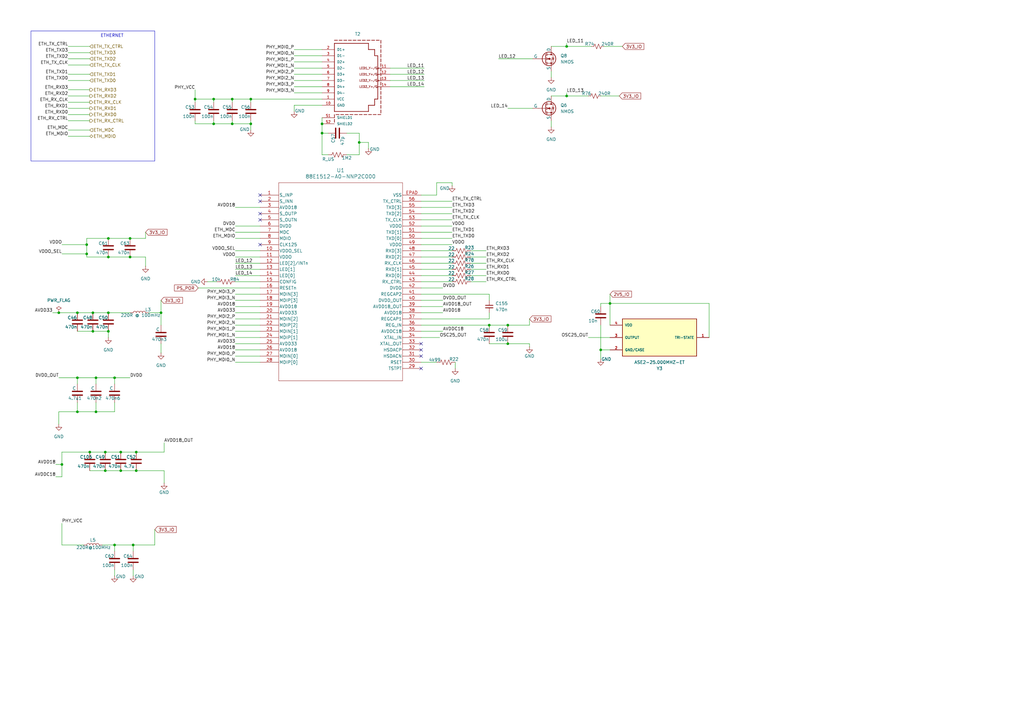
<source format=kicad_sch>
(kicad_sch (version 20231120) (generator "eeschema") (generator_version "8.0")
  (paper "A3")
  (lib_symbols
    (symbol "Device:C" (pin_numbers hide) (pin_names (offset 0.254))
      (property "Reference" "C" (at 0.635 2.54 0))
      (property "Value" "C" (at 0.635 -2.54 0))
      (symbol "C_0_1"
        (polyline (pts (xy -2.032 -0.762) (xy 2.032 -0.762)) (stroke (width 0.508)))
        (polyline (pts (xy -2.032 0.762) (xy 2.032 0.762)) (stroke (width 0.508)))
      )
      (symbol "C_1_1"
        (pin passive line (at 0 3.81 270) (length 2.794) (name "~") (number "1"))
        (pin passive line (at 0 -3.81 90) (length 2.794) (name "~") (number "2"))
      )
    )
    (symbol "Device:C_Small" (pin_numbers hide) (pin_names (offset 0.254) hide)
      (property "Reference" "C" (at 0.254 1.778 0))
      (property "Value" "C_Small" (at 0.254 -2.032 0))
      (symbol "C_Small_0_1"
        (polyline (pts (xy -1.524 -0.508) (xy 1.524 -0.508)) (stroke (width 0.3302)))
        (polyline (pts (xy -1.524 0.508) (xy 1.524 0.508)) (stroke (width 0.3048)))
      )
      (symbol "C_Small_1_1"
        (pin passive line (at 0 2.54 270) (length 2.032) (name "~") (number "1"))
        (pin passive line (at 0 -2.54 90) (length 2.032) (name "~") (number "2"))
      )
    )
    (symbol "Device:L" (pin_numbers hide) (pin_names (offset 1.016) hide)
      (property "Reference" "L" (at -1.27 0 90))
      (property "Value" "L" (at 1.905 0 90))
      (symbol "L_0_1"
        (arc (start 0 -2.54) (mid 0.6323 -1.905) (end 0 -1.27))
        (arc (start 0 -1.27) (mid 0.6323 -0.635) (end 0 0))
        (arc (start 0 0) (mid 0.6323 0.635) (end 0 1.27))
        (arc (start 0 1.27) (mid 0.6323 1.905) (end 0 2.54))
      )
      (symbol "L_1_1"
        (pin passive line (at 0 3.81 270) (length 1.27) (name "1") (number "1"))
        (pin passive line (at 0 -3.81 90) (length 1.27) (name "2") (number "2"))
      )
    )
    (symbol "Device:R_Small_US" (pin_numbers hide) (pin_names (offset 0.254) hide)
      (property "Reference" "R" (at 0.762 0.508 0))
      (property "Value" "R_Small_US" (at 0.762 -1.016 0))
      (symbol "R_Small_US_1_1"
        (polyline (pts (xy 0 0) (xy 1.016 -0.381) (xy 0 -0.762) (xy -1.016 -1.143) (xy 0 -1.524)))
        (polyline (pts (xy 0 1.524) (xy 1.016 1.143) (xy 0 0.762) (xy -1.016 0.381) (xy 0 0)))
        (pin passive line (at 0 2.54 270) (length 1.016) (name "~") (number "1"))
        (pin passive line (at 0 -2.54 90) (length 1.016) (name "~") (number "2"))
      )
    )
    (symbol "Device:R_US" (pin_numbers hide) (pin_names (offset 0))
      (property "Reference" "R" (at 2.54 0 90))
      (property "Value" "R_US" (at -2.54 0 90))
      (symbol "R_US_0_1"
        (polyline (pts (xy 0 -2.286) (xy 0 -2.54)))
        (polyline (pts (xy 0 2.286) (xy 0 2.54)))
        (polyline (pts (xy 0 -0.762) (xy 1.016 -1.143) (xy 0 -1.524) (xy -1.016 -1.905) (xy 0 -2.286)))
        (polyline (pts (xy 0 0.762) (xy 1.016 0.381) (xy 0 0) (xy -1.016 -0.381) (xy 0 -0.762)))
        (polyline (pts (xy 0 2.286) (xy 1.016 1.905) (xy 0 1.524) (xy -1.016 1.143) (xy 0 0.762)))
      )
      (symbol "R_US_1_1"
        (pin passive line (at 0 3.81 270) (length 1.27) (name "~") (number "1"))
        (pin passive line (at 0 -3.81 90) (length 1.27) (name "~") (number "2"))
      )
    )
    (symbol "PSEC5_ctrlbd:88E1512-A0-NNP2C000" (pin_names (offset 0.254))
      (property "Reference" "U" (at 33.02 10.16 0))
      (property "Value" "88E1512-A0-NNP2C000" (at 33.02 7.62 0))
      (symbol "88E1512-A0-NNP2C000_0_1"
        (polyline (pts (xy 7.62 -76.2) (xy 58.42 -76.2)) (stroke (width 0.127)))
        (polyline (pts (xy 7.62 5.08) (xy 7.62 -76.2)) (stroke (width 0.127)))
        (polyline (pts (xy 58.42 -76.2) (xy 58.42 5.08)) (stroke (width 0.127)))
        (polyline (pts (xy 58.42 5.08) (xy 7.62 5.08)) (stroke (width 0.127)))
        (pin input line (at 0 0 0) (length 7.62) (name "S_INP") (number "1"))
        (pin power_in line (at 0 -22.86 0) (length 7.62) (name "VDDO_SEL") (number "10"))
        (pin power_in line (at 0 -25.4 0) (length 7.62) (name "VDDO") (number "11"))
        (pin output line (at 0 -27.94 0) (length 7.62) (name "LED[2]/INTn") (number "12"))
        (pin bidirectional line (at 0 -30.48 0) (length 7.62) (name "LED[1]") (number "13"))
        (pin output line (at 0 -33.02 0) (length 7.62) (name "LED[0]") (number "14"))
        (pin input line (at 0 -35.56 0) (length 7.62) (name "CONFIG") (number "15"))
        (pin input line (at 0 -38.1 0) (length 7.62) (name "RESETn") (number "16"))
        (pin bidirectional line (at 0 -40.64 0) (length 7.62) (name "MDIN[3]") (number "17"))
        (pin bidirectional line (at 0 -43.18 0) (length 7.62) (name "MDIP[3]") (number "18"))
        (pin power_in line (at 0 -45.72 0) (length 7.62) (name "AVDD18") (number "19"))
        (pin input line (at 0 -2.54 0) (length 7.62) (name "S_INN") (number "2"))
        (pin power_in line (at 0 -48.26 0) (length 7.62) (name "AVDD33") (number "20"))
        (pin bidirectional line (at 0 -50.8 0) (length 7.62) (name "MDIN[2]") (number "21"))
        (pin bidirectional line (at 0 -53.34 0) (length 7.62) (name "MDIP[2]") (number "22"))
        (pin bidirectional line (at 0 -55.88 0) (length 7.62) (name "MDIN[1]") (number "23"))
        (pin bidirectional line (at 0 -58.42 0) (length 7.62) (name "MDIP[1]") (number "24"))
        (pin power_in line (at 0 -60.96 0) (length 7.62) (name "AVDD33") (number "25"))
        (pin power_in line (at 0 -63.5 0) (length 7.62) (name "AVDD18") (number "26"))
        (pin bidirectional line (at 0 -66.04 0) (length 7.62) (name "MDIN[0]") (number "27"))
        (pin bidirectional line (at 0 -68.58 0) (length 7.62) (name "MDIP[0]") (number "28"))
        (pin output line (at 66.04 -71.12 180) (length 7.62) (name "TSTPT") (number "29"))
        (pin power_in line (at 0 -5.08 0) (length 7.62) (name "AVDD18") (number "3"))
        (pin input line (at 66.04 -68.58 180) (length 7.62) (name "RSET") (number "30"))
        (pin unspecified line (at 66.04 -66.04 180) (length 7.62) (name "HSDACN") (number "31"))
        (pin output line (at 66.04 -63.5 180) (length 7.62) (name "HSDACP") (number "32"))
        (pin output line (at 66.04 -60.96 180) (length 7.62) (name "XTAL_OUT") (number "33"))
        (pin input line (at 66.04 -58.42 180) (length 7.62) (name "XTAL_IN") (number "34"))
        (pin power_in line (at 66.04 -55.88 180) (length 7.62) (name "AVDDC18") (number "35"))
        (pin unspecified line (at 66.04 -53.34 180) (length 7.62) (name "REG_IN") (number "36"))
        (pin bidirectional line (at 66.04 -50.8 180) (length 7.62) (name "REGCAP1") (number "37"))
        (pin power_in line (at 66.04 -48.26 180) (length 7.62) (name "AVDD18") (number "38"))
        (pin output line (at 0 -7.62 0) (length 7.62) (name "S_OUTP") (number "4"))
        (pin bidirectional line (at 66.04 -40.64 180) (length 7.62) (name "REGCAP2") (number "41"))
        (pin power_in line (at 66.04 -38.1 180) (length 7.62) (name "DVDD") (number "42"))
        (pin output line (at 66.04 -35.56 180) (length 7.62) (name "RX_CTRL") (number "43"))
        (pin output line (at 66.04 -33.02 180) (length 7.62) (name "RXD[0]") (number "44"))
        (pin output line (at 66.04 -30.48 180) (length 7.62) (name "RXD[1]") (number "45"))
        (pin output line (at 66.04 -27.94 180) (length 7.62) (name "RX_CLK") (number "46"))
        (pin output line (at 66.04 -25.4 180) (length 7.62) (name "RXD[2]") (number "47"))
        (pin output line (at 66.04 -22.86 180) (length 7.62) (name "RXD[3]") (number "48"))
        (pin power_in line (at 66.04 -20.32 180) (length 7.62) (name "VDDO") (number "49"))
        (pin output line (at 0 -10.16 0) (length 7.62) (name "S_OUTN") (number "5"))
        (pin input line (at 66.04 -17.78 180) (length 7.62) (name "TXD[0]") (number "50"))
        (pin input line (at 66.04 -15.24 180) (length 7.62) (name "TXD[1]") (number "51"))
        (pin power_in line (at 66.04 -12.7 180) (length 7.62) (name "VDDO") (number "52"))
        (pin input line (at 66.04 -10.16 180) (length 7.62) (name "TX_CLK") (number "53"))
        (pin input line (at 66.04 -7.62 180) (length 7.62) (name "TXD[2]") (number "54"))
        (pin input line (at 66.04 -5.08 180) (length 7.62) (name "TXD[3]") (number "55"))
        (pin input line (at 66.04 -2.54 180) (length 7.62) (name "TX_CTRL") (number "56"))
        (pin power_in line (at 0 -12.7 0) (length 7.62) (name "DVDD") (number "6"))
        (pin input line (at 0 -15.24 0) (length 7.62) (name "MDC") (number "7"))
        (pin bidirectional line (at 0 -17.78 0) (length 7.62) (name "MDIO") (number "8"))
        (pin output line (at 0 -20.32 0) (length 7.62) (name "CLK125") (number "9"))
      )
      (symbol "88E1512-A0-NNP2C000_1_1"
        (pin power_out line (at 66.04 -45.72 180) (length 7.62) (name "AVDD18_OUT") (number "39"))
        (pin power_out line (at 66.04 -43.18 180) (length 7.62) (name "DVDD_OUT") (number "40"))
        (pin power_in line (at 66.04 0 180) (length 7.62) (name "VSS") (number "EPAD"))
      )
    )
    (symbol "PSEC5_ctrlbd:ASE2-25.000MHZ-ET" (pin_names (offset 1.016))
      (property "Reference" "Y" (at -15.24 8.128 0))
      (property "Value" "ASE2-25.000MHZ-ET" (at -15.24 -10.16 0))
      (symbol "ASE2-25.000MHZ-ET_0_0"
        (rectangle (start -15.24 7.62) (end 15.24 -7.62) (stroke (width 0.254)) (fill (type background)))
        (pin passive line (at -20.32 0 0) (length 5.08) (name "TRI-STATE") (number "1"))
        (pin power_in line (at 20.32 -5.08 180) (length 5.08) (name "GND/CASE") (number "2"))
        (pin output line (at 20.32 0 180) (length 5.08) (name "OUTPUT") (number "3"))
        (pin power_in line (at 20.32 5.08 180) (length 5.08) (name "VDD") (number "4"))
      )
    )
    (symbol "PSEC5_ctrlbd:WE-RJ45_7499111446" (pin_names (offset 1.016))
      (property "Reference" "T" (at 0 17.78 0))
      (symbol "WE-RJ45_7499111446_0_0"
        (polyline (pts (xy -7.62 -17.78) (xy -7.62 -17.78)) (stroke (width 0.254)))
        (polyline (pts (xy -7.62 -15.875) (xy -7.62 -17.145)) (stroke (width 0.254)))
        (polyline (pts (xy -7.62 -13.97) (xy -7.62 -15.24)) (stroke (width 0.254)))
        (polyline (pts (xy -7.62 -13.97) (xy -7.62 -13.97)) (stroke (width 0.254)))
        (polyline (pts (xy -7.62 -12.7) (xy -7.62 15.24)) (stroke (width 0.254)))
        (polyline (pts (xy -7.62 15.24) (xy 6.35 15.24)) (stroke (width 0.254)))
        (polyline (pts (xy -7.62 16.51) (xy -6.35 16.51)) (stroke (width 0.254)))
        (polyline (pts (xy -5.715 -13.97) (xy -6.985 -13.97)) (stroke (width 0.254)))
        (polyline (pts (xy -5.715 16.51) (xy -4.445 16.51)) (stroke (width 0.254)))
        (polyline (pts (xy -3.81 -13.97) (xy -5.08 -13.97)) (stroke (width 0.254)))
        (polyline (pts (xy -3.81 16.51) (xy -2.54 16.51)) (stroke (width 0.254)))
        (polyline (pts (xy -1.905 -13.97) (xy -3.175 -13.97)) (stroke (width 0.254)))
        (polyline (pts (xy -1.905 16.51) (xy -0.635 16.51)) (stroke (width 0.254)))
        (polyline (pts (xy 0 -13.97) (xy -1.27 -13.97)) (stroke (width 0.254)))
        (polyline (pts (xy 0 16.51) (xy 1.27 16.51)) (stroke (width 0.254)))
        (polyline (pts (xy 1.905 -13.97) (xy 0.635 -13.97)) (stroke (width 0.254)))
        (polyline (pts (xy 1.905 16.51) (xy 3.175 16.51)) (stroke (width 0.254)))
        (polyline (pts (xy 3.81 -13.97) (xy 2.54 -13.97)) (stroke (width 0.254)))
        (polyline (pts (xy 3.81 16.51) (xy 5.08 16.51)) (stroke (width 0.254)))
        (polyline (pts (xy 5.715 -13.97) (xy 4.445 -13.97)) (stroke (width 0.254)))
        (polyline (pts (xy 5.715 16.51) (xy 6.985 16.51)) (stroke (width 0.254)))
        (polyline (pts (xy 6.35 -12.7) (xy -7.62 -12.7)) (stroke (width 0.254)))
        (polyline (pts (xy 6.35 -12.7) (xy 6.35 -10.16)) (stroke (width 0.254)))
        (polyline (pts (xy 6.35 -10.16) (xy 8.89 -10.16)) (stroke (width 0.254)))
        (polyline (pts (xy 6.35 12.7) (xy 8.89 12.7)) (stroke (width 0.254)))
        (polyline (pts (xy 6.35 15.24) (xy 6.35 12.7)) (stroke (width 0.254)))
        (polyline (pts (xy 7.62 -13.97) (xy 6.35 -13.97)) (stroke (width 0.254)))
        (polyline (pts (xy 7.62 16.51) (xy 8.89 16.51)) (stroke (width 0.254)))
        (polyline (pts (xy 8.89 -10.16) (xy 8.89 -7.62)) (stroke (width 0.254)))
        (polyline (pts (xy 8.89 -7.62) (xy 10.16 -7.62)) (stroke (width 0.254)))
        (polyline (pts (xy 8.89 10.16) (xy 10.16 10.16)) (stroke (width 0.254)))
        (polyline (pts (xy 8.89 12.7) (xy 8.89 10.16)) (stroke (width 0.254)))
        (polyline (pts (xy 9.525 -13.97) (xy 8.255 -13.97)) (stroke (width 0.254)))
        (polyline (pts (xy 9.525 16.51) (xy 10.795 16.51)) (stroke (width 0.254)))
        (polyline (pts (xy 10.16 10.16) (xy 10.16 -7.62)) (stroke (width 0.254)))
        (polyline (pts (xy 11.43 -13.97) (xy 10.16 -13.97)) (stroke (width 0.254)))
        (polyline (pts (xy 11.43 -13.97) (xy 11.43 -13.97)) (stroke (width 0.254)))
        (polyline (pts (xy 11.43 -12.065) (xy 11.43 -13.335)) (stroke (width 0.254)))
        (polyline (pts (xy 11.43 -10.16) (xy 11.43 -11.43)) (stroke (width 0.254)))
        (polyline (pts (xy 11.43 -8.255) (xy 11.43 -9.525)) (stroke (width 0.254)))
        (polyline (pts (xy 11.43 -6.35) (xy 11.43 -7.62)) (stroke (width 0.254)))
        (polyline (pts (xy 11.43 -4.445) (xy 11.43 -5.715)) (stroke (width 0.254)))
        (polyline (pts (xy 11.43 -2.54) (xy 11.43 -3.81)) (stroke (width 0.254)))
        (polyline (pts (xy 11.43 -0.635) (xy 11.43 -1.905)) (stroke (width 0.254)))
        (polyline (pts (xy 11.43 1.27) (xy 11.43 0)) (stroke (width 0.254)))
        (polyline (pts (xy 11.43 3.175) (xy 11.43 1.905)) (stroke (width 0.254)))
        (polyline (pts (xy 11.43 5.08) (xy 11.43 3.81)) (stroke (width 0.254)))
        (polyline (pts (xy 11.43 6.985) (xy 11.43 5.715)) (stroke (width 0.254)))
        (polyline (pts (xy 11.43 8.89) (xy 11.43 7.62)) (stroke (width 0.254)))
        (polyline (pts (xy 11.43 10.795) (xy 11.43 9.525)) (stroke (width 0.254)))
        (polyline (pts (xy 11.43 12.7) (xy 11.43 11.43)) (stroke (width 0.254)))
        (polyline (pts (xy 11.43 14.605) (xy 11.43 13.335)) (stroke (width 0.254)))
        (polyline (pts (xy 11.43 16.51) (xy 11.43 15.24)) (stroke (width 0.254)))
        (polyline (pts (xy 11.43 16.51) (xy 11.43 16.51)) (stroke (width 0.254)))
        (text "LED1_Y+/G-" (at 2.54 2.54 0) (effects (font (size 0.8636 0.8636)) (justify left)))
        (text "LED1_Y-/G+" (at 2.54 5.08 0) (effects (font (size 0.8636 0.8636)) (justify left)))
        (text "LED2_Y+/G-" (at 2.54 -2.54 0) (effects (font (size 0.8636 0.8636)) (justify left)))
        (text "LED2_Y-/G+" (at 2.54 0 0) (effects (font (size 0.8636 0.8636)) (justify left)))
        (pin passive line (at -12.7 -7.62 0) (length 5.08) (name "VCC") (number "1"))
        (pin passive line (at -12.7 -10.16 0) (length 5.08) (name "GND") (number "10"))
        (pin passive line (at 15.24 5.08 180) (length 5.08) (name "~") (number "11"))
        (pin passive line (at 15.24 2.54 180) (length 5.08) (name "~") (number "12"))
        (pin passive line (at 15.24 0 180) (length 5.08) (name "~") (number "13"))
        (pin passive line (at 15.24 -2.54 180) (length 5.08) (name "~") (number "14"))
        (pin passive line (at -12.7 12.7 0) (length 5.08) (name "D1+") (number "2"))
        (pin passive line (at -12.7 10.16 0) (length 5.08) (name "D1-") (number "3"))
        (pin passive line (at -12.7 7.62 0) (length 5.08) (name "D2+") (number "4"))
        (pin passive line (at -12.7 5.08 0) (length 5.08) (name "D2-") (number "5"))
        (pin passive line (at -12.7 2.54 0) (length 5.08) (name "D3+") (number "6"))
        (pin passive line (at -12.7 0 0) (length 5.08) (name "D3-") (number "7"))
        (pin passive line (at -12.7 -2.54 0) (length 5.08) (name "D4+") (number "8"))
        (pin passive line (at -12.7 -5.08 0) (length 5.08) (name "D4-") (number "9"))
        (pin passive line (at -12.7 -15.24 0) (length 5.08) (name "SHIELD1") (number "S1"))
        (pin passive line (at -12.7 -17.78 0) (length 5.08) (name "SHIELD2") (number "S2"))
      )
    )
    (symbol "Simulation_SPICE:NMOS" (pin_numbers hide) (pin_names (offset 0))
      (property "Reference" "Q" (at 5.08 1.27 0))
      (property "Value" "NMOS" (at 5.08 -1.27 0))
      (symbol "NMOS_0_1"
        (polyline (pts (xy 0.254 0) (xy -2.54 0)))
        (polyline (pts (xy 0.254 1.905) (xy 0.254 -1.905)) (stroke (width 0.254)))
        (polyline (pts (xy 0.762 -1.27) (xy 0.762 -2.286)) (stroke (width 0.254)))
        (polyline (pts (xy 0.762 0.508) (xy 0.762 -0.508)) (stroke (width 0.254)))
        (polyline (pts (xy 0.762 2.286) (xy 0.762 1.27)) (stroke (width 0.254)))
        (polyline (pts (xy 2.54 2.54) (xy 2.54 1.778)))
        (polyline (pts (xy 2.54 -2.54) (xy 2.54 0) (xy 0.762 0)))
        (polyline (pts (xy 0.762 -1.778) (xy 3.302 -1.778) (xy 3.302 1.778) (xy 0.762 1.778)))
        (polyline (pts (xy 1.016 0) (xy 2.032 0.381) (xy 2.032 -0.381) (xy 1.016 0)) (fill (type outline)))
        (polyline (pts (xy 2.794 0.508) (xy 2.921 0.381) (xy 3.683 0.381) (xy 3.81 0.254)))
        (polyline (pts (xy 3.302 0.381) (xy 2.921 -0.254) (xy 3.683 -0.254) (xy 3.302 0.381)))
        (circle (center 1.651 0) (radius 2.794) (stroke (width 0.254)))
        (circle (center 2.54 -1.778) (radius 0.254) (fill (type outline)))
        (circle (center 2.54 1.778) (radius 0.254) (fill (type outline)))
      )
      (symbol "NMOS_1_1"
        (pin passive line (at 2.54 5.08 270) (length 2.54) (name "D") (number "1"))
        (pin input line (at -5.08 0 0) (length 2.54) (name "G") (number "2"))
        (pin passive line (at 2.54 -5.08 90) (length 2.54) (name "S") (number "3"))
      )
    )
    (symbol "power:GND" (power) (pin_numbers hide) (pin_names (offset 0) hide)
      (property "Value" "GND" (at 0 -3.81 0))
      (symbol "GND_0_1"
        (polyline (pts (xy 0 0) (xy 0 -1.27) (xy 1.27 -1.27) (xy 0 -2.54) (xy -1.27 -1.27) (xy 0 -1.27)))
      )
      (symbol "GND_1_1"
        (pin power_in line (at 0 0 270) (length 0) (name "~") (number "1"))
      )
    )
    (symbol "power:PWR_FLAG" (power) (pin_numbers hide) (pin_names (offset 0) hide)
      (property "Value" "PWR_FLAG" (at 0 3.81 0))
      (symbol "PWR_FLAG_0_0"
        (pin power_out line (at 0 0 90) (length 0) (name "~") (number "1"))
      )
      (symbol "PWR_FLAG_0_1"
        (polyline (pts (xy 0 0) (xy 0 1.27) (xy -1.016 1.905) (xy 0 2.54) (xy 1.016 1.905) (xy 0 1.27)))
      )
    )
  )
  (junction (at 38.1 128.27))
  (junction (at 55.88 193.04))
  (junction (at 43.18 193.04))
  (junction (at 35.56 104.14))
  (junction (at 25.4 190.5))
  (junction (at 66.04 128.27))
  (junction (at 44.45 97.79))
  (junction (at 44.45 135.89))
  (junction (at 87.63 40.64))
  (junction (at 31.75 168.91))
  (junction (at 44.45 128.27))
  (junction (at 132.08 54.61))
  (junction (at 38.1 135.89))
  (junction (at 232.41 19.05))
  (junction (at 44.45 105.41))
  (junction (at 55.88 185.42))
  (junction (at 46.99 223.52))
  (junction (at 39.37 154.94))
  (junction (at 208.28 133.35))
  (junction (at 80.01 40.64))
  (junction (at 31.75 128.27))
  (junction (at 53.34 97.79))
  (junction (at 95.25 40.64))
  (junction (at 102.87 50.8))
  (junction (at 49.53 193.04))
  (junction (at 200.66 133.35))
  (junction (at 54.61 223.52))
  (junction (at 95.25 50.8))
  (junction (at 147.32 58.42))
  (junction (at 24.13 128.27))
  (junction (at 53.34 105.41))
  (junction (at 232.41 39.37))
  (junction (at 102.87 40.64))
  (junction (at 31.75 154.94))
  (junction (at 43.18 185.42))
  (junction (at 39.37 168.91))
  (junction (at 49.53 185.42))
  (junction (at 46.99 154.94))
  (junction (at 208.28 140.97))
  (junction (at 87.63 50.8))
  (junction (at 250.19 124.46))
  (junction (at 132.08 50.8))
  (junction (at 35.56 100.33))
  (junction (at 36.83 185.42))
  (junction (at 246.38 143.51))
  (no_connect (at 106.68 100.33))
  (no_connect (at 172.72 143.51))
  (no_connect (at 106.68 82.55))
  (no_connect (at 172.72 140.97))
  (no_connect (at 106.68 90.17))
  (no_connect (at 106.68 80.01))
  (no_connect (at 172.72 146.05))
  (no_connect (at 106.68 87.63))
  (no_connect (at 172.72 151.13))
  (wire (pts (xy 172.72 92.71) (xy 185.42 92.71)))
  (wire (pts (xy 160.02 33.02) (xy 173.99 33.02)))
  (wire (pts (xy 172.72 107.95) (xy 185.42 107.95)))
  (wire (pts (xy 172.72 102.87) (xy 185.42 102.87)))
  (wire (pts (xy 96.52 95.25) (xy 106.68 95.25)))
  (wire (pts (xy 172.72 105.41) (xy 185.42 105.41)))
  (wire (pts (xy 96.52 120.65) (xy 106.68 120.65)))
  (wire (pts (xy 35.56 105.41) (xy 44.45 105.41)))
  (wire (pts (xy 53.34 97.79) (xy 59.69 97.79)))
  (wire (pts (xy 59.69 105.41) (xy 59.69 109.22)))
  (wire (pts (xy 27.94 21.59) (xy 36.83 21.59)))
  (wire (pts (xy 120.65 43.18) (xy 132.08 43.18)))
  (wire (pts (xy 67.31 181.61) (xy 67.31 185.42)))
  (wire (pts (xy 120.65 22.86) (xy 132.08 22.86)))
  (wire (pts (xy 80.01 40.64) (xy 80.01 41.91)))
  (wire (pts (xy 54.61 226.06) (xy 54.61 223.52)))
  (wire (pts (xy 55.88 193.04) (xy 67.31 193.04)))
  (wire (pts (xy 38.1 135.89) (xy 44.45 135.89)))
  (wire (pts (xy 46.99 168.91) (xy 39.37 168.91)))
  (wire (pts (xy 95.25 50.8) (xy 102.87 50.8)))
  (wire (pts (xy 35.56 97.79) (xy 44.45 97.79)))
  (wire (pts (xy 217.17 140.97) (xy 217.17 142.24)))
  (wire (pts (xy 21.59 128.27) (xy 24.13 128.27)))
  (wire (pts (xy 53.34 105.41) (xy 59.69 105.41)))
  (wire (pts (xy 25.4 190.5) (xy 25.4 195.58)))
  (wire (pts (xy 27.94 46.99) (xy 36.83 46.99)))
  (wire (pts (xy 241.3 138.43) (xy 250.19 138.43)))
  (wire (pts (xy 39.37 154.94) (xy 39.37 157.48)))
  (wire (pts (xy 208.28 140.97) (xy 217.17 140.97)))
  (wire (pts (xy 200.66 133.35) (xy 208.28 133.35)))
  (wire (pts (xy 27.94 44.45) (xy 36.83 44.45)))
  (wire (pts (xy 193.04 102.87) (xy 199.39 102.87)))
  (wire (pts (xy 25.4 223.52) (xy 34.29 223.52)))
  (wire (pts (xy 96.52 125.73) (xy 106.68 125.73)))
  (wire (pts (xy 54.61 223.52) (xy 63.5 223.52)))
  (wire (pts (xy 49.53 185.42) (xy 55.88 185.42)))
  (wire (pts (xy 44.45 135.89) (xy 44.45 138.43)))
  (wire (pts (xy 193.04 110.49) (xy 199.39 110.49)))
  (wire (pts (xy 226.06 39.37) (xy 232.41 39.37)))
  (wire (pts (xy 250.19 120.65) (xy 250.19 124.46)))
  (wire (pts (xy 25.4 195.58) (xy 22.86 195.58)))
  (wire (pts (xy 55.88 185.42) (xy 67.31 185.42)))
  (wire (pts (xy 172.72 95.25) (xy 185.42 95.25)))
  (wire (pts (xy 147.32 58.42) (xy 151.13 58.42)))
  (wire (pts (xy 102.87 49.53) (xy 102.87 50.8)))
  (wire (pts (xy 96.52 146.05) (xy 106.68 146.05)))
  (wire (pts (xy 204.47 24.13) (xy 218.44 24.13)))
  (wire (pts (xy 96.52 105.41) (xy 106.68 105.41)))
  (wire (pts (xy 193.04 107.95) (xy 199.39 107.95)))
  (wire (pts (xy 96.52 92.71) (xy 106.68 92.71)))
  (wire (pts (xy 120.65 25.4) (xy 132.08 25.4)))
  (wire (pts (xy 59.69 95.25) (xy 59.69 97.79)))
  (wire (pts (xy 31.75 135.89) (xy 38.1 135.89)))
  (wire (pts (xy 132.08 54.61) (xy 132.08 63.5)))
  (wire (pts (xy 66.04 123.19) (xy 66.04 128.27)))
  (wire (pts (xy 172.72 113.03) (xy 185.42 113.03)))
  (wire (pts (xy 27.94 30.48) (xy 36.83 30.48)))
  (wire (pts (xy 31.75 154.94) (xy 31.75 157.48)))
  (wire (pts (xy 102.87 50.8) (xy 102.87 53.34)))
  (wire (pts (xy 46.99 154.94) (xy 46.99 157.48)))
  (wire (pts (xy 193.04 105.41) (xy 199.39 105.41)))
  (wire (pts (xy 46.99 165.1) (xy 46.99 168.91)))
  (wire (pts (xy 41.91 223.52) (xy 46.99 223.52)))
  (wire (pts (xy 25.4 104.14) (xy 35.56 104.14)))
  (wire (pts (xy 95.25 40.64) (xy 87.63 40.64)))
  (wire (pts (xy 246.38 39.37) (xy 254 39.37)))
  (wire (pts (xy 87.63 50.8) (xy 95.25 50.8)))
  (wire (pts (xy 232.41 17.78) (xy 232.41 19.05)))
  (wire (pts (xy 132.08 40.64) (xy 102.87 40.64)))
  (wire (pts (xy 80.01 50.8) (xy 87.63 50.8)))
  (wire (pts (xy 250.19 124.46) (xy 250.19 133.35)))
  (wire (pts (xy 27.94 53.34) (xy 36.83 53.34)))
  (wire (pts (xy 35.56 100.33) (xy 35.56 97.79)))
  (wire (pts (xy 247.65 19.05) (xy 255.27 19.05)))
  (wire (pts (xy 246.38 124.46) (xy 246.38 125.73)))
  (wire (pts (xy 172.72 118.11) (xy 181.61 118.11)))
  (wire (pts (xy 147.32 63.5) (xy 147.32 58.42)))
  (wire (pts (xy 172.72 90.17) (xy 185.42 90.17)))
  (wire (pts (xy 193.04 115.57) (xy 199.39 115.57)))
  (wire (pts (xy 132.08 50.8) (xy 132.08 54.61)))
  (wire (pts (xy 246.38 124.46) (xy 250.19 124.46)))
  (wire (pts (xy 232.41 39.37) (xy 241.3 39.37)))
  (wire (pts (xy 27.94 24.13) (xy 36.83 24.13)))
  (wire (pts (xy 27.94 49.53) (xy 36.83 49.53)))
  (wire (pts (xy 172.72 125.73) (xy 181.61 125.73)))
  (wire (pts (xy 172.72 87.63) (xy 185.42 87.63)))
  (wire (pts (xy 160.02 30.48) (xy 173.99 30.48)))
  (wire (pts (xy 246.38 133.35) (xy 246.38 143.51)))
  (wire (pts (xy 87.63 40.64) (xy 80.01 40.64)))
  (wire (pts (xy 151.13 58.42) (xy 151.13 60.96)))
  (wire (pts (xy 102.87 40.64) (xy 102.87 41.91)))
  (wire (pts (xy 46.99 223.52) (xy 54.61 223.52)))
  (wire (pts (xy 66.04 140.97) (xy 66.04 144.78)))
  (wire (pts (xy 96.52 107.95) (xy 106.68 107.95)))
  (wire (pts (xy 96.52 128.27) (xy 106.68 128.27)))
  (wire (pts (xy 172.72 100.33) (xy 185.42 100.33)))
  (wire (pts (xy 95.25 40.64) (xy 95.25 41.91)))
  (wire (pts (xy 172.72 123.19) (xy 181.61 123.19)))
  (wire (pts (xy 134.62 54.61) (xy 132.08 54.61)))
  (wire (pts (xy 36.83 185.42) (xy 43.18 185.42)))
  (wire (pts (xy 87.63 40.64) (xy 87.63 41.91)))
  (wire (pts (xy 120.65 33.02) (xy 132.08 33.02)))
  (wire (pts (xy 120.65 38.1) (xy 132.08 38.1)))
  (wire (pts (xy 63.5 217.17) (xy 63.5 223.52)))
  (wire (pts (xy 46.99 223.52) (xy 46.99 226.06)))
  (wire (pts (xy 96.52 85.09) (xy 106.68 85.09)))
  (wire (pts (xy 172.72 80.01) (xy 179.07 80.01)))
  (wire (pts (xy 27.94 19.05) (xy 36.83 19.05)))
  (wire (pts (xy 24.13 154.94) (xy 31.75 154.94)))
  (wire (pts (xy 31.75 154.94) (xy 39.37 154.94)))
  (wire (pts (xy 179.07 74.93) (xy 185.42 74.93)))
  (wire (pts (xy 193.04 113.03) (xy 199.39 113.03)))
  (wire (pts (xy 96.52 135.89) (xy 106.68 135.89)))
  (wire (pts (xy 179.07 80.01) (xy 179.07 74.93)))
  (wire (pts (xy 120.65 30.48) (xy 132.08 30.48)))
  (wire (pts (xy 186.69 148.59) (xy 186.69 151.13)))
  (wire (pts (xy 54.61 236.22) (xy 54.61 233.68)))
  (wire (pts (xy 60.96 128.27) (xy 66.04 128.27)))
  (wire (pts (xy 226.06 29.21) (xy 226.06 31.75)))
  (wire (pts (xy 87.63 49.53) (xy 87.63 50.8)))
  (wire (pts (xy 27.94 55.88) (xy 36.83 55.88)))
  (wire (pts (xy 142.24 63.5) (xy 147.32 63.5)))
  (wire (pts (xy 80.01 49.53) (xy 80.01 50.8)))
  (wire (pts (xy 200.66 120.65) (xy 200.66 123.19)))
  (wire (pts (xy 132.08 63.5) (xy 134.62 63.5)))
  (wire (pts (xy 46.99 154.94) (xy 53.34 154.94)))
  (wire (pts (xy 120.65 35.56) (xy 132.08 35.56)))
  (wire (pts (xy 85.09 115.57) (xy 88.9 115.57)))
  (wire (pts (xy 25.4 185.42) (xy 25.4 190.5)))
  (wire (pts (xy 43.18 193.04) (xy 49.53 193.04)))
  (wire (pts (xy 172.72 135.89) (xy 181.61 135.89)))
  (wire (pts (xy 96.52 113.03) (xy 106.68 113.03)))
  (wire (pts (xy 66.04 128.27) (xy 66.04 133.35)))
  (wire (pts (xy 120.65 20.32) (xy 132.08 20.32)))
  (wire (pts (xy 172.72 85.09) (xy 185.42 85.09)))
  (wire (pts (xy 96.52 97.79) (xy 106.68 97.79)))
  (wire (pts (xy 43.18 185.42) (xy 49.53 185.42)))
  (wire (pts (xy 147.32 58.42) (xy 147.32 54.61)))
  (wire (pts (xy 25.4 214.63) (xy 25.4 223.52)))
  (wire (pts (xy 200.66 140.97) (xy 208.28 140.97)))
  (wire (pts (xy 96.52 138.43) (xy 106.68 138.43)))
  (wire (pts (xy 96.52 102.87) (xy 106.68 102.87)))
  (wire (pts (xy 172.72 115.57) (xy 185.42 115.57)))
  (wire (pts (xy 172.72 148.59) (xy 179.07 148.59)))
  (wire (pts (xy 22.86 190.5) (xy 25.4 190.5)))
  (wire (pts (xy 27.94 26.67) (xy 36.83 26.67)))
  (wire (pts (xy 36.83 193.04) (xy 43.18 193.04)))
  (wire (pts (xy 31.75 128.27) (xy 38.1 128.27)))
  (wire (pts (xy 172.72 97.79) (xy 185.42 97.79)))
  (wire (pts (xy 185.42 74.93) (xy 185.42 76.2)))
  (wire (pts (xy 290.83 138.43) (xy 290.83 124.46)))
  (wire (pts (xy 44.45 105.41) (xy 53.34 105.41)))
  (wire (pts (xy 172.72 138.43) (xy 180.34 138.43)))
  (wire (pts (xy 246.38 143.51) (xy 250.19 143.51)))
  (wire (pts (xy 44.45 97.79) (xy 53.34 97.79)))
  (wire (pts (xy 172.72 130.81) (xy 200.66 130.81)))
  (wire (pts (xy 39.37 165.1) (xy 39.37 168.91)))
  (wire (pts (xy 102.87 40.64) (xy 95.25 40.64)))
  (wire (pts (xy 38.1 128.27) (xy 44.45 128.27)))
  (wire (pts (xy 232.41 19.05) (xy 242.57 19.05)))
  (wire (pts (xy 217.17 130.81) (xy 217.17 133.35)))
  (wire (pts (xy 96.52 140.97) (xy 106.68 140.97)))
  (wire (pts (xy 25.4 100.33) (xy 35.56 100.33)))
  (wire (pts (xy 172.72 133.35) (xy 200.66 133.35)))
  (wire (pts (xy 172.72 82.55) (xy 185.42 82.55)))
  (wire (pts (xy 208.28 44.45) (xy 218.44 44.45)))
  (wire (pts (xy 67.31 193.04) (xy 67.31 198.12)))
  (wire (pts (xy 226.06 19.05) (xy 232.41 19.05)))
  (wire (pts (xy 25.4 185.42) (xy 36.83 185.42)))
  (wire (pts (xy 226.06 49.53) (xy 226.06 52.07)))
  (wire (pts (xy 49.53 193.04) (xy 55.88 193.04)))
  (wire (pts (xy 81.28 118.11) (xy 106.68 118.11)))
  (wire (pts (xy 172.72 120.65) (xy 200.66 120.65)))
  (wire (pts (xy 46.99 233.68) (xy 46.99 236.22)))
  (wire (pts (xy 95.25 49.53) (xy 95.25 50.8)))
  (wire (pts (xy 120.65 43.18) (xy 120.65 45.72)))
  (wire (pts (xy 24.13 168.91) (xy 24.13 173.99)))
  (wire (pts (xy 31.75 165.1) (xy 31.75 168.91)))
  (wire (pts (xy 232.41 38.1) (xy 232.41 39.37)))
  (wire (pts (xy 27.94 33.02) (xy 36.83 33.02)))
  (wire (pts (xy 27.94 41.91) (xy 36.83 41.91)))
  (wire (pts (xy 39.37 154.94) (xy 46.99 154.94)))
  (wire (pts (xy 160.02 35.56) (xy 173.99 35.56)))
  (wire (pts (xy 27.94 36.83) (xy 36.83 36.83)))
  (wire (pts (xy 31.75 168.91) (xy 24.13 168.91)))
  (wire (pts (xy 160.02 27.94) (xy 173.99 27.94)))
  (wire (pts (xy 24.13 128.27) (xy 31.75 128.27)))
  (wire (pts (xy 96.52 133.35) (xy 106.68 133.35)))
  (wire (pts (xy 96.52 115.57) (xy 106.68 115.57)))
  (wire (pts (xy 290.83 124.46) (xy 250.19 124.46)))
  (wire (pts (xy 80.01 36.83) (xy 80.01 40.64)))
  (wire (pts (xy 39.37 168.91) (xy 31.75 168.91)))
  (wire (pts (xy 35.56 104.14) (xy 35.56 105.41)))
  (wire (pts (xy 96.52 148.59) (xy 106.68 148.59)))
  (wire (pts (xy 172.72 110.49) (xy 185.42 110.49)))
  (wire (pts (xy 96.52 123.19) (xy 106.68 123.19)))
  (wire (pts (xy 208.28 133.35) (xy 217.17 133.35)))
  (wire (pts (xy 200.66 130.81) (xy 200.66 128.27)))
  (wire (pts (xy 172.72 128.27) (xy 181.61 128.27)))
  (wire (pts (xy 96.52 143.51) (xy 106.68 143.51)))
  (wire (pts (xy 96.52 130.81) (xy 106.68 130.81)))
  (wire (pts (xy 120.65 27.94) (xy 132.08 27.94)))
  (wire (pts (xy 132.08 48.26) (xy 132.08 50.8)))
  (wire (pts (xy 27.94 39.37) (xy 36.83 39.37)))
  (wire (pts (xy 35.56 100.33) (xy 35.56 104.14)))
  (wire (pts (xy 200.66 134.62) (xy 200.66 133.35)))
  (wire (pts (xy 246.38 143.51) (xy 246.38 147.32)))
  (wire (pts (xy 96.52 110.49) (xy 106.68 110.49)))
  (wire (pts (xy 147.32 54.61) (xy 142.24 54.61)))
  (wire (pts (xy 44.45 128.27) (xy 53.34 128.27)))
  (rectangle (start 12.7 12.7) (end 63.5 66.04))
  (text "ETHERNET\n" (at 45.974 14.732 0) (effects (font (size 1.27 1.27))))
  (label "LED_12" (at 96.52 107.95 0))
  (label "PHY_MDI2_P" (at 96.52 130.81 180))
  (label "LED_11" (at 232.41 17.78 0))
  (label "ETH_RXD2" (at 27.94 39.37 180))
  (label "AVDDC18" (at 22.86 195.58 180))
  (label "ETH_TXD2" (at 185.42 87.63 0))
  (label "ETH_RXD0" (at 27.94 46.99 180))
  (label "DVDD_OUT" (at 181.61 123.19 0))
  (label "AVDD18" (at 96.52 143.51 180))
  (label "ETH_TXD3" (at 185.42 85.09 0))
  (label "ETH_RX_CTRL" (at 199.39 115.57 0))
  (label "ETH_TXD0" (at 27.94 33.02 180))
  (label "LED_13" (at 232.41 38.1 0))
  (label "PHY_MDI0_N" (at 96.52 148.59 180))
  (label "OSC25_OUT" (at 241.3 138.43 180))
  (label "PHY_MDI0_N" (at 120.65 22.86 180))
  (label "ETH_MDC" (at 96.52 95.25 180))
  (label "ETH_MDIO" (at 27.94 55.88 180))
  (label "ETH_TX_CLK" (at 27.94 26.67 180))
  (label "AVDD33" (at 96.52 128.27 180))
  (label "PHY_VCC" (at 80.01 36.83 180))
  (label "LED_12" (at 204.47 24.13 0))
  (label "VDDO" (at 96.52 105.41 180))
  (label "DVDD" (at 181.61 118.11 0))
  (label "PHY_MDI3_N" (at 96.52 123.19 180))
  (label "LED_14" (at 173.99 35.56 180))
  (label "DVDD_OUT" (at 24.13 154.94 180))
  (label "ETH_TX_CLK" (at 185.42 90.17 0))
  (label "AVDDC18" (at 181.61 135.89 0))
  (label "LED_14" (at 208.28 44.45 180))
  (label "VDDO" (at 185.42 100.33 0))
  (label "LED_13" (at 173.99 33.02 180))
  (label "PHY_MDI2_N" (at 96.52 133.35 180))
  (label "AVDD18" (at 96.52 85.09 180))
  (label "LED_11" (at 173.99 27.94 180))
  (label "ETH_TX_CTRL" (at 27.94 19.05 180))
  (label "DVDD" (at 53.34 154.94 0))
  (label "ETH_TXD2" (at 27.94 24.13 180))
  (label "PHY_MDI3_P" (at 96.52 120.65 180))
  (label "ETH_RXD3" (at 199.39 102.87 0))
  (label "AVDD18_OUT" (at 181.61 125.73 0))
  (label "PHY_MDI1_N" (at 120.65 27.94 180))
  (label "ETH_MDC" (at 27.94 53.34 180))
  (label "AVDD33" (at 21.59 128.27 180))
  (label "PHY_MDI1_P" (at 120.65 25.4 180))
  (label "PHY_MDI2_N" (at 120.65 33.02 180))
  (label "ETH_RXD2" (at 199.39 105.41 0))
  (label "AVDD18" (at 22.86 190.5 180))
  (label "ETH_TX_CTRL" (at 185.42 82.55 0))
  (label "LED_13" (at 96.52 110.49 0))
  (label "ETH_RXD1" (at 27.94 44.45 180))
  (label "ETH_RX_CTRL" (at 27.94 49.53 180))
  (label "PHY_MDI0_P" (at 120.65 20.32 180))
  (label "PHY_MDI0_P" (at 96.52 146.05 180))
  (label "VDDO" (at 185.42 92.71 0))
  (label "ETH_TXD3" (at 27.94 21.59 180))
  (label "PHY_MDI1_P" (at 96.52 135.89 180))
  (label "OSC25_OUT" (at 180.34 138.43 0))
  (label "PHY_VCC" (at 25.4 214.63 0))
  (label "PHY_MDI2_P" (at 120.65 30.48 180))
  (label "ETH_RXD1" (at 199.39 110.49 0))
  (label "PHY_MDI3_N" (at 120.65 38.1 180))
  (label "VDDO_SEL" (at 25.4 104.14 180))
  (label "ETH_RXD3" (at 27.94 36.83 180))
  (label "ETH_MDIO" (at 96.52 97.79 180))
  (label "ETH_RX_CLK" (at 199.39 107.95 0))
  (label "ETH_TXD0" (at 185.42 97.79 0))
  (label "ETH_RXD0" (at 199.39 113.03 0))
  (label "ETH_TXD1" (at 185.42 95.25 0))
  (label "AVDD18" (at 181.61 128.27 0))
  (label "DVDD" (at 96.52 92.71 180))
  (label "AVDD18_OUT" (at 67.31 181.61 0))
  (label "ETH_RX_CLK" (at 27.94 41.91 180))
  (label "PHY_MDI1_N" (at 96.52 138.43 180))
  (label "LED_14" (at 96.52 113.03 0))
  (label "VDDO_SEL" (at 96.52 102.87 180))
  (label "ETH_TXD1" (at 27.94 30.48 180))
  (label "AVDD33" (at 96.52 140.97 180))
  (label "PHY_MDI3_P" (at 120.65 35.56 180))
  (label "AVDD18" (at 96.52 125.73 180))
  (label "LED_12" (at 173.99 30.48 180))
  (label "VDDO" (at 25.4 100.33 180))
  (global_label "3V3_IO" (shape input) (at 59.69 95.25 0) (property "Intersheetrefs" "${INTERSHEET_REFS}" (effects (hide yes))))
  (global_label "3V3_IO" (shape input) (at 217.17 130.81 0) (property "Intersheetrefs" "${INTERSHEET_REFS}" (effects (hide yes))))
  (global_label "3V3_IO" (shape input) (at 255.27 19.05 0) (property "Intersheetrefs" "${INTERSHEET_REFS}" (effects (hide yes))))
  (global_label "2V5_IO" (shape input) (at 250.19 120.65 0) (property "Intersheetrefs" "${INTERSHEET_REFS}" (effects (hide yes))))
  (global_label "PS_POR" (shape input) (at 81.28 118.11 180) (property "Intersheetrefs" "${INTERSHEET_REFS}" (effects (hide yes))))
  (global_label "3V3_IO" (shape input) (at 63.5 217.17 0) (property "Intersheetrefs" "${INTERSHEET_REFS}" (effects (hide yes))))
  (global_label "3V3_IO" (shape input) (at 254 39.37 0) (property "Intersheetrefs" "${INTERSHEET_REFS}" (effects (hide yes))))
  (global_label "3V3_IO" (shape input) (at 66.04 123.19 0) (property "Intersheetrefs" "${INTERSHEET_REFS}" (effects (hide yes))))
  (hierarchical_label "ETH_RXD3" (shape output) (at 36.83 36.83 0))
  (hierarchical_label "ETH_RX_CLK" (shape output) (at 36.83 41.91 0))
  (hierarchical_label "ETH_RXD2" (shape output) (at 36.83 39.37 0))
  (hierarchical_label "ETH_TXD3" (shape input) (at 36.83 21.59 0))
  (hierarchical_label "ETH_RXD0" (shape output) (at 36.83 46.99 0))
  (hierarchical_label "ETH_TXD1" (shape input) (at 36.83 30.48 0))
  (hierarchical_label "ETH_TX_CTRL" (shape input) (at 36.83 19.05 0))
  (hierarchical_label "ETH_RX_CTRL" (shape output) (at 36.83 49.53 0))
  (hierarchical_label "ETH_TX_CLK" (shape input) (at 36.83 26.67 0))
  (hierarchical_label "ETH_TXD2" (shape input) (at 36.83 24.13 0))
  (hierarchical_label "ETH_RXD1" (shape output) (at 36.83 44.45 0))
  (hierarchical_label "ETH_MDC" (shape input) (at 36.83 53.34 0))
  (hierarchical_label "ETH_MDIO" (shape bidirectional) (at 36.83 55.88 0))
  (hierarchical_label "ETH_TXD0" (shape input) (at 36.83 33.02 0))
  (symbol (lib_id "Device:C") (at 208.28 137.16 0) (unit 1)
    (property "Reference" "C59" (at 204.216 135.382 0) (effects (justify left)))
    (property "Value" "100u" (at 203.2 139.192 0) (effects (justify left)))
    (property "Footprint" "Capacitor_SMD:C_0603_1608Metric" (effects (hide yes)))
    (property "Description" "Unpolarized capacitor" (effects (hide yes)))
  )
  (symbol (lib_id "Device:C") (at 53.34 101.6 0) (unit 1)
    (property "Reference" "C63" (at 49.276 99.822 0) (effects (justify left)))
    (property "Value" "470n" (at 48.26 103.632 0) (effects (justify left)))
    (property "Footprint" "Capacitor_SMD:C_0603_1608Metric" (effects (hide yes)))
    (property "Description" "Unpolarized capacitor" (effects (hide yes)))
  )
  (symbol (lib_id "Device:C") (at 54.61 229.87 0) (unit 1)
    (property "Reference" "C64" (at 50.546 228.092 0) (effects (justify left)))
    (property "Value" "100n" (at 49.53 231.902 0) (effects (justify left)))
    (property "Footprint" "Capacitor_SMD:C_0603_1608Metric" (effects (hide yes)))
    (property "Description" "Unpolarized capacitor" (effects (hide yes)))
  )
  (symbol (lib_id "Device:C") (at 43.18 189.23 0) (unit 1)
    (property "Reference" "C49" (at 39.116 187.452 0) (effects (justify left)))
    (property "Value" "470n" (at 38.1 191.262 0) (effects (justify left)))
    (property "Footprint" "Capacitor_SMD:C_0603_1608Metric" (effects (hide yes)))
    (property "Description" "Unpolarized capacitor" (effects (hide yes)))
  )
  (symbol (lib_id "PSEC5_ctrlbd:WE-RJ45_7499111446") (at 144.78 33.02 0) (unit 1)
    (property "Reference" "T2" (at 146.685 13.97 0))
    (property "Value" "7499111446" (effects (hide yes)))
    (property "Footprint" "WE-RJ45_7499111446:7499111446" (effects (hide yes)))
    (property "LED" "green/yellow-green/yellow" (effects (hide yes)))
    (property "USB" "No" (effects (hide yes)))
    (property "MOUNT" "THT" (effects (hide yes)))
    (property "DATASHEET-URL" "https://www.we-online.com/redexpert/spec/7499111446?ae" (effects (hide yes)))
    (property "DATA-RATE" "10/100/1000 Base-T" (effects (hide yes)))
    (property "PART-NUMBER" "7499111446" (effects (hide yes)))
    (property "POE" "non-PoE" (effects (hide yes)))
    (property "PORTS" "1" (effects (hide yes)))
  )
  (symbol (lib_id "Device:R_US") (at 189.23 105.41 90) (unit 1)
    (property "Reference" "R24" (at 192.532 104.14 90))
    (property "Value" "22" (at 185.166 104.394 90))
    (property "Description" "Resistor, US symbol" (effects (hide yes)))
  )
  (symbol (lib_id "Device:C") (at 36.83 189.23 0) (unit 1)
    (property "Reference" "C106" (at 32.766 187.452 0) (effects (justify left)))
    (property "Value" "470n" (at 31.75 191.262 0) (effects (justify left)))
    (property "Footprint" "Capacitor_SMD:C_0603_1608Metric" (effects (hide yes)))
    (property "Description" "Unpolarized capacitor" (effects (hide yes)))
  )
  (symbol (lib_id "Device:R_US") (at 189.23 115.57 90) (unit 1)
    (property "Reference" "R28" (at 192.532 114.3 90))
    (property "Value" "22" (at 185.166 114.554 90))
    (property "Description" "Resistor, US symbol" (effects (hide yes)))
  )
  (symbol (lib_id "Device:R_US") (at 189.23 102.87 90) (unit 1)
    (property "Reference" "R23" (at 192.532 101.6 90))
    (property "Value" "22" (at 185.166 101.854 90))
    (property "Description" "Resistor, US symbol" (effects (hide yes)))
  )
  (symbol (lib_id "Device:C") (at 39.37 161.29 0) (unit 1)
    (property "Reference" "470n2" (at 35.56 163.322 0) (effects (justify left)))
    (property "Value" "C" (at 37.338 159.258 0) (effects (justify left)))
    (property "Footprint" "Capacitor_SMD:C_0603_1608Metric" (effects (hide yes)))
    (property "Description" "Unpolarized capacitor" (effects (hide yes)))
  )
  (symbol (lib_id "PSEC5_ctrlbd:ASE2-25.000MHZ-ET") (at 270.51 138.43 0) (mirror y) (unit 1)
    (property "Reference" "Y3" (at 270.51 151.13 0))
    (property "Value" "ASE2-25.000MHZ-ET" (at 270.51 148.59 0))
    (property "Footprint" "ASE2-25.000MHZ-ET:XTAL_ASE2-25.000MHZ-ET" (effects (hide yes)))
    (property "PARTREV" "08.06.14" (effects (hide yes)))
    (property "STANDARD" "Manufacturer Recommendations" (effects (hide yes)))
    (property "SNAPEDA_PN" "ASE2-25.000MHZ-ET" (effects (hide yes)))
    (property "MAXIMUM_PACKAGE_HEIGHT" "1.2 mm" (effects (hide yes)))
    (property "MANUFACTURER" "Abracon" (effects (hide yes)))
  )
  (symbol (lib_id "Device:C") (at 95.25 45.72 0) (unit 1)
    (property "Reference" "C55" (at 91.186 43.942 0) (effects (justify left)))
    (property "Value" "100n" (at 90.17 47.752 0) (effects (justify left)))
    (property "Footprint" "Capacitor_SMD:C_0603_1608Metric" (effects (hide yes)))
    (property "Description" "Unpolarized capacitor" (effects (hide yes)))
  )
  (symbol (lib_id "Device:C") (at 44.45 101.6 0) (unit 1)
    (property "Reference" "C61" (at 40.386 99.822 0) (effects (justify left)))
    (property "Value" "470n" (at 39.37 103.632 0) (effects (justify left)))
    (property "Footprint" "Capacitor_SMD:C_0603_1608Metric" (effects (hide yes)))
    (property "Description" "Unpolarized capacitor" (effects (hide yes)))
  )
  (symbol (lib_id "Device:R_US") (at 189.23 107.95 90) (unit 1)
    (property "Reference" "R78" (at 192.532 106.68 90))
    (property "Value" "22" (at 185.166 106.934 90))
    (property "Description" "Resistor, US symbol" (effects (hide yes)))
  )
  (symbol (lib_id "Simulation_SPICE:NMOS") (at 223.52 44.45 0) (unit 1)
    (property "Reference" "Q6" (at 229.87 43.1799 0) (effects (justify left)))
    (property "Value" "NMOS" (at 229.87 45.7199 0) (effects (justify left)))
    (property "Datasheet" "https://ngspice.sourceforge.io/docs/ngspice-html-manual/manual.xhtml#cha_MOSFETs" (effects (hide yes)))
    (property "Description" "N-MOSFET transistor, drain/source/gate" (effects (hide yes)))
    (property "Sim.Device" "NMOS" (effects (hide yes)))
    (property "Sim.Type" "VDMOS" (effects (hide yes)))
    (property "Sim.Pins" "1=D 2=G 3=S" (effects (hide yes)))
  )
  (symbol (lib_id "Device:C") (at 38.1 132.08 0) (unit 1)
    (property "Reference" "C48" (at 34.036 130.302 0) (effects (justify left)))
    (property "Value" "470n" (at 33.02 134.112 0) (effects (justify left)))
    (property "Footprint" "Capacitor_SMD:C_0603_1608Metric" (effects (hide yes)))
    (property "Description" "Unpolarized capacitor" (effects (hide yes)))
  )
  (symbol (lib_id "power:GND") (at 24.13 173.99 0) (unit 1)
    (property "Reference" "#PWR076" (effects (hide yes)))
    (property "Value" "GND" (at 24.13 179.07 0))
    (property "Description" "Power symbol creates a global label with name \"GND\" , ground" (effects (hide yes)))
  )
  (symbol (lib_id "power:GND") (at 246.38 147.32 0) (unit 1)
    (property "Reference" "#PWR089" (effects (hide yes)))
    (property "Value" "GND" (at 248.666 147.32 0))
    (property "Description" "Power symbol creates a global label with name \"GND\" , ground" (effects (hide yes)))
  )
  (symbol (lib_id "power:GND") (at 66.04 144.78 0) (unit 1)
    (property "Reference" "#PWR080" (effects (hide yes)))
    (property "Value" "GND" (at 66.04 149.86 0))
    (property "Description" "Power symbol creates a global label with name \"GND\" , ground" (effects (hide yes)))
  )
  (symbol (lib_id "Simulation_SPICE:NMOS") (at 223.52 24.13 0) (unit 1)
    (property "Reference" "Q8" (at 229.87 22.8599 0) (effects (justify left)))
    (property "Value" "NMOS" (at 229.87 25.3999 0) (effects (justify left)))
    (property "Datasheet" "https://ngspice.sourceforge.io/docs/ngspice-html-manual/manual.xhtml#cha_MOSFETs" (effects (hide yes)))
    (property "Description" "N-MOSFET transistor, drain/source/gate" (effects (hide yes)))
    (property "Sim.Device" "NMOS" (effects (hide yes)))
    (property "Sim.Type" "VDMOS" (effects (hide yes)))
    (property "Sim.Pins" "1=D 2=G 3=S" (effects (hide yes)))
  )
  (symbol (lib_id "power:GND") (at 226.06 31.75 0) (unit 1)
    (property "Reference" "#PWR069" (effects (hide yes)))
    (property "Value" "GND" (at 226.06 36.83 0))
    (property "Description" "Power symbol creates a global label with name \"GND\" , ground" (effects (hide yes)))
  )
  (symbol (lib_id "Device:C") (at 31.75 132.08 0) (unit 1)
    (property "Reference" "C46" (at 27.686 130.302 0) (effects (justify left)))
    (property "Value" "470n" (at 26.67 134.112 0) (effects (justify left)))
    (property "Footprint" "Capacitor_SMD:C_0603_1608Metric" (effects (hide yes)))
    (property "Description" "Unpolarized capacitor" (effects (hide yes)))
  )
  (symbol (lib_id "Device:C") (at 87.63 45.72 0) (unit 1)
    (property "Reference" "C54" (at 83.566 43.942 0) (effects (justify left)))
    (property "Value" "100n" (at 82.55 47.752 0) (effects (justify left)))
    (property "Footprint" "Capacitor_SMD:C_0603_1608Metric" (effects (hide yes)))
    (property "Description" "Unpolarized capacitor" (effects (hide yes)))
  )
  (symbol (lib_id "power:GND") (at 102.87 53.34 0) (unit 1)
    (property "Reference" "#PWR082" (effects (hide yes)))
    (property "Value" "GND" (at 100.33 53.086 0))
    (property "Description" "Power symbol creates a global label with name \"GND\" , ground" (effects (hide yes)))
  )
  (symbol (lib_id "Device:R_Small_US") (at 245.11 19.05 90) (unit 1)
    (property "Reference" "R74" (at 241.808 18.034 90))
    (property "Value" "240R" (at 249.174 18.034 90))
    (property "Footprint" "Resistor_SMD:R_0603_1608Metric" (effects (hide yes)))
    (property "Description" "Resistor, small US symbol" (effects (hide yes)))
  )
  (symbol (lib_id "Device:C") (at 66.04 137.16 0) (unit 1)
    (property "Reference" "470n3" (at 62.23 139.192 0) (effects (justify left)))
    (property "Value" "C" (at 64.008 135.128 0) (effects (justify left)))
    (property "Footprint" "Capacitor_SMD:C_0603_1608Metric" (effects (hide yes)))
    (property "Description" "Unpolarized capacitor" (effects (hide yes)))
  )
  (symbol (lib_id "Device:C_Small") (at 200.66 125.73 0) (unit 1)
    (property "Reference" "C155" (at 203.2 124.4662 0) (effects (justify left)))
    (property "Value" "470n" (at 203.2 127.0062 0) (effects (justify left)))
    (property "Footprint" "Capacitor_SMD:C_0603_1608Metric" (effects (hide yes)))
    (property "Description" "Unpolarized capacitor, small symbol" (effects (hide yes)))
  )
  (symbol (lib_id "power:GND") (at 54.61 236.22 0) (unit 1)
    (property "Reference" "#PWR092" (effects (hide yes)))
    (property "Value" "GND" (at 57.15 236.474 0))
    (property "Description" "Power symbol creates a global label with name \"GND\" , ground" (effects (hide yes)))
  )
  (symbol (lib_id "Device:C") (at 80.01 45.72 0) (unit 1)
    (property "Reference" "C53" (at 75.946 43.942 0) (effects (justify left)))
    (property "Value" "100n" (at 74.93 47.752 0) (effects (justify left)))
    (property "Footprint" "Capacitor_SMD:C_0603_1608Metric" (effects (hide yes)))
    (property "Description" "Unpolarized capacitor" (effects (hide yes)))
  )
  (symbol (lib_id "Device:R_Small_US") (at 243.84 39.37 90) (unit 1)
    (property "Reference" "R76" (at 240.538 38.354 90))
    (property "Value" "240R" (at 247.904 38.354 90))
    (property "Footprint" "Resistor_SMD:R_0603_1608Metric" (effects (hide yes)))
    (property "Description" "Resistor, small US symbol" (effects (hide yes)))
  )
  (symbol (lib_id "Device:L") (at 38.1 223.52 90) (unit 1)
    (property "Reference" "L5" (at 38.1 221.488 90))
    (property "Value" "220R@100MHz" (at 38.354 224.536 90))
    (property "Description" "Inductor" (effects (hide yes)))
  )
  (symbol (lib_id "Device:R_US") (at 138.43 63.5 90) (unit 1)
    (property "Reference" "1M2" (at 142.24 64.77 90))
    (property "Value" "R_US" (at 134.62 65.278 90))
    (property "Description" "Resistor, US symbol" (effects (hide yes)))
  )
  (symbol (lib_id "power:GND") (at 186.69 151.13 0) (unit 1)
    (property "Reference" "#PWR086" (effects (hide yes)))
    (property "Value" "GND" (at 186.69 156.21 0))
    (property "Description" "Power symbol creates a global label with name \"GND\" , ground" (effects (hide yes)))
  )
  (symbol (lib_id "power:GND") (at 59.69 109.22 0) (unit 1)
    (property "Reference" "#PWR094" (effects (hide yes)))
    (property "Value" "GND" (at 59.69 114.3 0))
    (property "Description" "Power symbol creates a global label with name \"GND\" , ground" (effects (hide yes)))
  )
  (symbol (lib_id "Device:R_US") (at 189.23 110.49 90) (unit 1)
    (property "Reference" "R26" (at 192.532 109.22 90))
    (property "Value" "22" (at 185.166 109.474 90))
    (property "Description" "Resistor, US symbol" (effects (hide yes)))
  )
  (symbol (lib_id "Device:R_US") (at 189.23 113.03 90) (unit 1)
    (property "Reference" "R27" (at 192.532 111.76 90))
    (property "Value" "22" (at 185.166 112.014 90))
    (property "Description" "Resistor, US symbol" (effects (hide yes)))
  )
  (symbol (lib_id "power:GND") (at 44.45 138.43 0) (unit 1)
    (property "Reference" "#PWR077" (effects (hide yes)))
    (property "Value" "GND" (at 44.45 143.51 0))
    (property "Description" "Power symbol creates a global label with name \"GND\" , ground" (effects (hide yes)))
  )
  (symbol (lib_id "Device:C") (at 49.53 189.23 0) (unit 1)
    (property "Reference" "C51" (at 45.466 187.452 0) (effects (justify left)))
    (property "Value" "470n" (at 44.45 191.262 0) (effects (justify left)))
    (property "Footprint" "Capacitor_SMD:C_0603_1608Metric" (effects (hide yes)))
    (property "Description" "Unpolarized capacitor" (effects (hide yes)))
  )
  (symbol (lib_id "power:GND") (at 85.09 115.57 270) (unit 1)
    (property "Reference" "#PWR081" (effects (hide yes)))
    (property "Value" "GND" (at 82.296 115.57 90) (effects (justify right)))
    (property "Description" "Power symbol creates a global label with name \"GND\" , ground" (effects (hide yes)))
  )
  (symbol (lib_id "Device:C") (at 46.99 161.29 0) (unit 1)
    (property "Reference" "470n6" (at 43.18 163.322 0) (effects (justify left)))
    (property "Value" "C" (at 44.958 159.258 0) (effects (justify left)))
    (property "Footprint" "Capacitor_SMD:C_0603_1608Metric" (effects (hide yes)))
    (property "Description" "Unpolarized capacitor" (effects (hide yes)))
  )
  (symbol (lib_id "power:GND") (at 185.42 76.2 0) (unit 1)
    (property "Reference" "#PWR085" (effects (hide yes)))
    (property "Value" "GND" (at 182.372 77.216 0))
    (property "Description" "Power symbol creates a global label with name \"GND\" , ground" (effects (hide yes)))
  )
  (symbol (lib_id "Device:R_US") (at 92.71 115.57 90) (unit 1)
    (property "Reference" "R84" (at 96.266 114.554 90))
    (property "Value" "10k" (at 88.646 114.554 90))
    (property "Description" "Resistor, US symbol" (effects (hide yes)))
  )
  (symbol (lib_id "power:GND") (at 120.65 45.72 0) (unit 1)
    (property "Reference" "#PWR083" (effects (hide yes)))
    (property "Value" "GND" (at 122.936 45.466 0))
    (property "Description" "Power symbol creates a global label with name \"GND\" , ground" (effects (hide yes)))
  )
  (symbol (lib_id "Device:L") (at 57.15 128.27 90) (unit 1)
    (property "Reference" "L3" (at 60.706 127 90))
    (property "Value" "220R @ 100mHz" (at 57.658 129.286 90))
    (property "Description" "Inductor" (effects (hide yes)))
  )
  (symbol (lib_id "Device:C") (at 102.87 45.72 0) (unit 1)
    (property "Reference" "C56" (at 98.806 43.942 0) (effects (justify left)))
    (property "Value" "100n" (at 97.79 47.752 0) (effects (justify left)))
    (property "Footprint" "Capacitor_SMD:C_0603_1608Metric" (effects (hide yes)))
    (property "Description" "Unpolarized capacitor" (effects (hide yes)))
  )
  (symbol (lib_id "PSEC5_ctrlbd:88E1512-A0-NNP2C000") (at 106.68 80.01 0) (unit 1)
    (property "Reference" "U1" (at 139.7 69.85 0) (effects (font (size 1.524 1.524))))
    (property "Value" "88E1512-A0-NNP2C000" (at 139.7 72.39 0) (effects (font (size 1.524 1.524))))
    (property "Footprint" "QFN_56P_MTG" (effects (hide yes)))
    (property "Datasheet" "88E1512-A0-NNP2C000" (effects (hide yes)))
  )
  (symbol (lib_id "Device:C") (at 246.38 129.54 0) (unit 1)
    (property "Reference" "C60" (at 242.316 127.762 0) (effects (justify left)))
    (property "Value" "10n" (at 241.3 131.572 0) (effects (justify left)))
    (property "Footprint" "Capacitor_SMD:C_0603_1608Metric" (effects (hide yes)))
    (property "Description" "Unpolarized capacitor" (effects (hide yes)))
  )
  (symbol (lib_id "Device:R_US") (at 182.88 148.59 90) (unit 1)
    (property "Reference" "R22" (at 186.182 147.32 90))
    (property "Value" "4k99" (at 178.308 147.574 90))
    (property "Description" "Resistor, US symbol" (effects (hide yes)))
  )
  (symbol (lib_id "power:GND") (at 217.17 142.24 0) (unit 1)
    (property "Reference" "#PWR088" (effects (hide yes)))
    (property "Value" "GND" (at 217.17 146.05 0))
    (property "Description" "Power symbol creates a global label with name \"GND\" , ground" (effects (hide yes)))
  )
  (symbol (lib_id "power:GND") (at 46.99 236.22 0) (unit 1)
    (property "Reference" "#PWR091" (effects (hide yes)))
    (property "Value" "GND" (at 49.53 236.474 0))
    (property "Description" "Power symbol creates a global label with name \"GND\" , ground" (effects (hide yes)))
  )
  (symbol (lib_id "Device:C") (at 31.75 161.29 0) (unit 1)
    (property "Reference" "4.7u1" (at 27.94 163.322 0) (effects (justify left)))
    (property "Value" "C" (at 29.718 159.258 0) (effects (justify left)))
    (property "Footprint" "Capacitor_SMD:C_0603_1608Metric" (effects (hide yes)))
    (property "Description" "Unpolarized capacitor" (effects (hide yes)))
  )
  (symbol (lib_id "Device:C") (at 44.45 132.08 0) (unit 1)
    (property "Reference" "C50" (at 40.386 130.302 0) (effects (justify left)))
    (property "Value" "470n" (at 39.37 134.112 0) (effects (justify left)))
    (property "Footprint" "Capacitor_SMD:C_0603_1608Metric" (effects (hide yes)))
    (property "Description" "Unpolarized capacitor" (effects (hide yes)))
  )
  (symbol (lib_id "Device:C") (at 138.43 54.61 90) (unit 1)
    (property "Reference" "C57" (at 136.652 58.674 0) (effects (justify left)))
    (property "Value" "47p" (at 140.462 59.69 0) (effects (justify left)))
    (property "Footprint" "Capacitor_SMD:C_0603_1608Metric" (effects (hide yes)))
    (property "Description" "Unpolarized capacitor" (effects (hide yes)))
  )
  (symbol (lib_id "power:PWR_FLAG") (at 24.13 128.27 0) (unit 1)
    (property "Reference" "#FLG022" (effects (hide yes)))
    (property "Value" "PWR_FLAG" (at 24.13 123.19 0))
    (property "Description" "Special symbol for telling ERC where power comes from" (effects (hide yes)))
  )
  (symbol (lib_id "power:GND") (at 226.06 52.07 0) (unit 1)
    (property "Reference" "#PWR064" (effects (hide yes)))
    (property "Value" "GND" (at 226.06 57.15 0))
    (property "Description" "Power symbol creates a global label with name \"GND\" , ground" (effects (hide yes)))
  )
  (symbol (lib_id "Device:C") (at 46.99 229.87 0) (unit 1)
    (property "Reference" "C62" (at 42.926 228.092 0) (effects (justify left)))
    (property "Value" "100n" (at 41.91 231.902 0) (effects (justify left)))
    (property "Footprint" "Capacitor_SMD:C_0603_1608Metric" (effects (hide yes)))
    (property "Description" "Unpolarized capacitor" (effects (hide yes)))
  )
  (symbol (lib_id "Device:C") (at 200.66 137.16 0) (unit 1)
    (property "Reference" "C58" (at 196.596 135.382 0) (effects (justify left)))
    (property "Value" "470n" (at 195.58 139.192 0) (effects (justify left)))
    (property "Footprint" "Capacitor_SMD:C_0603_1608Metric" (effects (hide yes)))
    (property "Description" "Unpolarized capacitor" (effects (hide yes)))
  )
  (symbol (lib_id "Device:C") (at 55.88 189.23 0) (unit 1)
    (property "Reference" "C52" (at 51.816 187.452 0) (effects (justify left)))
    (property "Value" "4.7u" (at 50.8 191.262 0) (effects (justify left)))
    (property "Footprint" "Capacitor_SMD:C_0603_1608Metric" (effects (hide yes)))
    (property "Description" "Unpolarized capacitor" (effects (hide yes)))
  )
  (symbol (lib_id "power:GND") (at 67.31 198.12 0) (unit 1)
    (property "Reference" "#PWR078" (effects (hide yes)))
    (property "Value" "GND" (at 67.31 201.93 0))
    (property "Description" "Power symbol creates a global label with name \"GND\" , ground" (effects (hide yes)))
  )
  (symbol (lib_id "power:GND") (at 151.13 60.96 0) (unit 1)
    (property "Reference" "#PWR084" (effects (hide yes)))
    (property "Value" "GND" (at 153.67 61.214 0))
    (property "Description" "Power symbol creates a global label with name \"GND\" , ground" (effects (hide yes)))
  )
)
</source>
